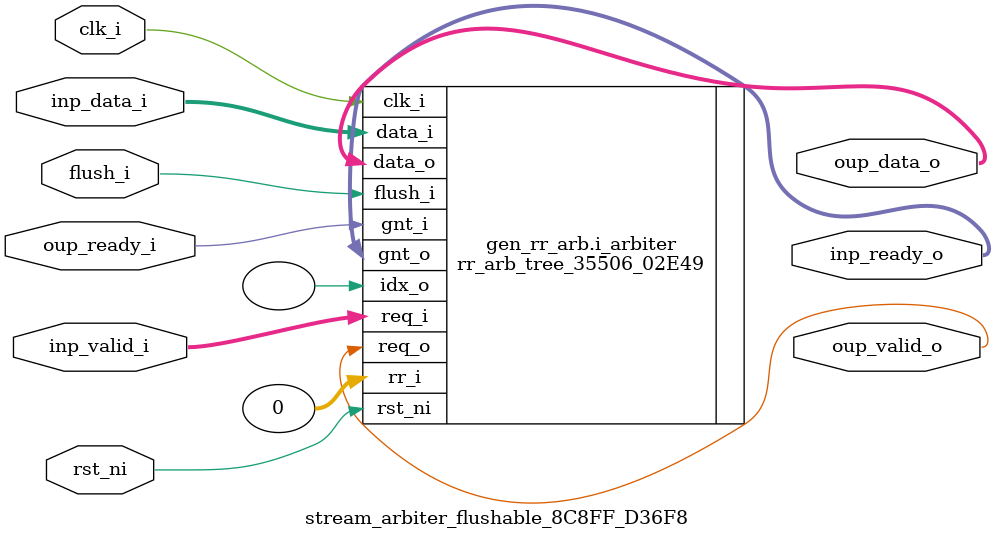
<source format=v>
module stream_arbiter_flushable_37F8F_875C7 (
	clk_i,
	rst_ni,
	flush_i,
	inp_data_i,
	inp_valid_i,
	inp_ready_o,
	oup_data_o,
	oup_valid_o,
	oup_ready_i
);
	// removed localparam type DATA_T_DATA_T_axi_aw_chan_t_axi_aw_chan_t_ariane_axi_AddrWidth_type
	// removed localparam type DATA_T_DATA_T_axi_aw_chan_t_axi_aw_chan_t_ariane_axi_IdWidth_type
	// removed localparam type DATA_T_DATA_T_axi_aw_chan_t_axi_aw_chan_t_ariane_axi_UserWidth_type
	parameter signed [31:0] DATA_T_DATA_T_axi_aw_chan_t_axi_aw_chan_t_ariane_axi_AddrWidth = 0;
	parameter signed [31:0] DATA_T_DATA_T_axi_aw_chan_t_axi_aw_chan_t_ariane_axi_IdWidth = 0;
	parameter signed [31:0] DATA_T_DATA_T_axi_aw_chan_t_axi_aw_chan_t_ariane_axi_UserWidth = 0;
	// Trace: vendor/pulp-platform/common_cells/src/stream_arbiter_flushable.sv:17:25
	// removed localparam type DATA_T
	// Trace: vendor/pulp-platform/common_cells/src/stream_arbiter_flushable.sv:18:15
	parameter integer N_INP = -1;
	// Trace: vendor/pulp-platform/common_cells/src/stream_arbiter_flushable.sv:19:25
	parameter ARBITER = "rr";
	// Trace: vendor/pulp-platform/common_cells/src/stream_arbiter_flushable.sv:21:5
	input wire clk_i;
	// Trace: vendor/pulp-platform/common_cells/src/stream_arbiter_flushable.sv:22:5
	input wire rst_ni;
	// Trace: vendor/pulp-platform/common_cells/src/stream_arbiter_flushable.sv:23:5
	input wire flush_i;
	// Trace: vendor/pulp-platform/common_cells/src/stream_arbiter_flushable.sv:25:5
	input wire [(N_INP * (((DATA_T_DATA_T_axi_aw_chan_t_axi_aw_chan_t_ariane_axi_IdWidth + DATA_T_DATA_T_axi_aw_chan_t_axi_aw_chan_t_ariane_axi_AddrWidth) + 35) + DATA_T_DATA_T_axi_aw_chan_t_axi_aw_chan_t_ariane_axi_UserWidth)) - 1:0] inp_data_i;
	// Trace: vendor/pulp-platform/common_cells/src/stream_arbiter_flushable.sv:26:5
	input wire [N_INP - 1:0] inp_valid_i;
	// Trace: vendor/pulp-platform/common_cells/src/stream_arbiter_flushable.sv:27:5
	output wire [N_INP - 1:0] inp_ready_o;
	// Trace: vendor/pulp-platform/common_cells/src/stream_arbiter_flushable.sv:29:5
	output wire [(((DATA_T_DATA_T_axi_aw_chan_t_axi_aw_chan_t_ariane_axi_IdWidth + DATA_T_DATA_T_axi_aw_chan_t_axi_aw_chan_t_ariane_axi_AddrWidth) + 35) + DATA_T_DATA_T_axi_aw_chan_t_axi_aw_chan_t_ariane_axi_UserWidth) - 1:0] oup_data_o;
	// Trace: vendor/pulp-platform/common_cells/src/stream_arbiter_flushable.sv:30:5
	output wire oup_valid_o;
	// Trace: vendor/pulp-platform/common_cells/src/stream_arbiter_flushable.sv:31:5
	input wire oup_ready_i;
	// Trace: vendor/pulp-platform/common_cells/src/stream_arbiter_flushable.sv:34:3
	generate
		if (ARBITER == "rr") begin : gen_rr_arb
			// Trace: vendor/pulp-platform/common_cells/src/stream_arbiter_flushable.sv:35:5
			localparam [31:0] sv2v_uu_i_arbiter_NumIn = N_INP;
			localparam [31:0] sv2v_uu_i_arbiter_IdxWidth = (sv2v_uu_i_arbiter_NumIn > 32'd1 ? $unsigned($clog2(sv2v_uu_i_arbiter_NumIn)) : 32'd1);
			// removed localparam type sv2v_uu_i_arbiter_rr_i
			localparam [sv2v_uu_i_arbiter_IdxWidth - 1:0] sv2v_uu_i_arbiter_ext_rr_i_0 = 1'sb0;
			rr_arb_tree_FABBC_3CAE8 #(
				.DataType_DATA_T_DATA_T_axi_aw_chan_t_axi_aw_chan_t_ariane_axi_AddrWidth(DATA_T_DATA_T_axi_aw_chan_t_axi_aw_chan_t_ariane_axi_AddrWidth),
				.DataType_DATA_T_DATA_T_axi_aw_chan_t_axi_aw_chan_t_ariane_axi_IdWidth(DATA_T_DATA_T_axi_aw_chan_t_axi_aw_chan_t_ariane_axi_IdWidth),
				.DataType_DATA_T_DATA_T_axi_aw_chan_t_axi_aw_chan_t_ariane_axi_UserWidth(DATA_T_DATA_T_axi_aw_chan_t_axi_aw_chan_t_ariane_axi_UserWidth),
				.NumIn(N_INP),
				.ExtPrio(1'b0),
				.AxiVldRdy(1'b1),
				.LockIn(1'b1)
			) i_arbiter(
				.clk_i(clk_i),
				.rst_ni(rst_ni),
				.flush_i(flush_i),
				.rr_i(sv2v_uu_i_arbiter_ext_rr_i_0),
				.req_i(inp_valid_i),
				.gnt_o(inp_ready_o),
				.data_i(inp_data_i),
				.gnt_i(oup_ready_i),
				.req_o(oup_valid_o),
				.data_o(oup_data_o),
				.idx_o()
			);
		end
		else if (ARBITER == "prio") begin : gen_prio_arb
			// Trace: vendor/pulp-platform/common_cells/src/stream_arbiter_flushable.sv:56:5
			localparam [31:0] sv2v_uu_i_arbiter_NumIn = N_INP;
			localparam [31:0] sv2v_uu_i_arbiter_IdxWidth = (sv2v_uu_i_arbiter_NumIn > 32'd1 ? $unsigned($clog2(sv2v_uu_i_arbiter_NumIn)) : 32'd1);
			// removed localparam type sv2v_uu_i_arbiter_rr_i
			localparam [sv2v_uu_i_arbiter_IdxWidth - 1:0] sv2v_uu_i_arbiter_ext_rr_i_0 = 1'sb0;
			rr_arb_tree_FABBC_3CAE8 #(
				.DataType_DATA_T_DATA_T_axi_aw_chan_t_axi_aw_chan_t_ariane_axi_AddrWidth(DATA_T_DATA_T_axi_aw_chan_t_axi_aw_chan_t_ariane_axi_AddrWidth),
				.DataType_DATA_T_DATA_T_axi_aw_chan_t_axi_aw_chan_t_ariane_axi_IdWidth(DATA_T_DATA_T_axi_aw_chan_t_axi_aw_chan_t_ariane_axi_IdWidth),
				.DataType_DATA_T_DATA_T_axi_aw_chan_t_axi_aw_chan_t_ariane_axi_UserWidth(DATA_T_DATA_T_axi_aw_chan_t_axi_aw_chan_t_ariane_axi_UserWidth),
				.NumIn(N_INP),
				.ExtPrio(1'b1),
				.AxiVldRdy(1'b1),
				.LockIn(1'b1)
			) i_arbiter(
				.clk_i(clk_i),
				.rst_ni(rst_ni),
				.flush_i(flush_i),
				.rr_i(sv2v_uu_i_arbiter_ext_rr_i_0),
				.req_i(inp_valid_i),
				.gnt_o(inp_ready_o),
				.data_i(inp_data_i),
				.gnt_i(oup_ready_i),
				.req_o(oup_valid_o),
				.data_o(oup_data_o),
				.idx_o()
			);
		end
		else begin : gen_arb_error
			// Trace: vendor/pulp-platform/common_cells/src/stream_arbiter_flushable.sv:78:5
			initial begin
				$display("Fatal [elaboration] vendor/pulp-platform/common_cells/src/stream_arbiter_flushable.sv:78:5 - stream_arbiter_flushable.gen_arb_error\n msg: ", "Invalid value for parameter 'ARBITER'!");
				$finish(1);
			end
		end
	endgenerate
endmodule
module stream_arbiter_flushable_8C8FF_D36F8 (
	clk_i,
	rst_ni,
	flush_i,
	inp_data_i,
	inp_valid_i,
	inp_ready_o,
	oup_data_o,
	oup_valid_o,
	oup_ready_i
);
	// removed localparam type DATA_T_DATA_T_axi_ar_chan_t_axi_ar_chan_t_ariane_axi_AddrWidth_type
	// removed localparam type DATA_T_DATA_T_axi_ar_chan_t_axi_ar_chan_t_ariane_axi_IdWidth_type
	// removed localparam type DATA_T_DATA_T_axi_ar_chan_t_axi_ar_chan_t_ariane_axi_UserWidth_type
	parameter signed [31:0] DATA_T_DATA_T_axi_ar_chan_t_axi_ar_chan_t_ariane_axi_AddrWidth = 0;
	parameter signed [31:0] DATA_T_DATA_T_axi_ar_chan_t_axi_ar_chan_t_ariane_axi_IdWidth = 0;
	parameter signed [31:0] DATA_T_DATA_T_axi_ar_chan_t_axi_ar_chan_t_ariane_axi_UserWidth = 0;
	// Trace: vendor/pulp-platform/common_cells/src/stream_arbiter_flushable.sv:17:25
	// removed localparam type DATA_T
	// Trace: vendor/pulp-platform/common_cells/src/stream_arbiter_flushable.sv:18:15
	parameter integer N_INP = -1;
	// Trace: vendor/pulp-platform/common_cells/src/stream_arbiter_flushable.sv:19:25
	parameter ARBITER = "rr";
	// Trace: vendor/pulp-platform/common_cells/src/stream_arbiter_flushable.sv:21:5
	input wire clk_i;
	// Trace: vendor/pulp-platform/common_cells/src/stream_arbiter_flushable.sv:22:5
	input wire rst_ni;
	// Trace: vendor/pulp-platform/common_cells/src/stream_arbiter_flushable.sv:23:5
	input wire flush_i;
	// Trace: vendor/pulp-platform/common_cells/src/stream_arbiter_flushable.sv:25:5
	input wire [(N_INP * (((DATA_T_DATA_T_axi_ar_chan_t_axi_ar_chan_t_ariane_axi_IdWidth + DATA_T_DATA_T_axi_ar_chan_t_axi_ar_chan_t_ariane_axi_AddrWidth) + 29) + DATA_T_DATA_T_axi_ar_chan_t_axi_ar_chan_t_ariane_axi_UserWidth)) - 1:0] inp_data_i;
	// Trace: vendor/pulp-platform/common_cells/src/stream_arbiter_flushable.sv:26:5
	input wire [N_INP - 1:0] inp_valid_i;
	// Trace: vendor/pulp-platform/common_cells/src/stream_arbiter_flushable.sv:27:5
	output wire [N_INP - 1:0] inp_ready_o;
	// Trace: vendor/pulp-platform/common_cells/src/stream_arbiter_flushable.sv:29:5
	output wire [(((DATA_T_DATA_T_axi_ar_chan_t_axi_ar_chan_t_ariane_axi_IdWidth + DATA_T_DATA_T_axi_ar_chan_t_axi_ar_chan_t_ariane_axi_AddrWidth) + 29) + DATA_T_DATA_T_axi_ar_chan_t_axi_ar_chan_t_ariane_axi_UserWidth) - 1:0] oup_data_o;
	// Trace: vendor/pulp-platform/common_cells/src/stream_arbiter_flushable.sv:30:5
	output wire oup_valid_o;
	// Trace: vendor/pulp-platform/common_cells/src/stream_arbiter_flushable.sv:31:5
	input wire oup_ready_i;
	// Trace: vendor/pulp-platform/common_cells/src/stream_arbiter_flushable.sv:34:3
	generate
		if (ARBITER == "rr") begin : gen_rr_arb
			// Trace: vendor/pulp-platform/common_cells/src/stream_arbiter_flushable.sv:35:5
			localparam [31:0] sv2v_uu_i_arbiter_NumIn = N_INP;
			localparam [31:0] sv2v_uu_i_arbiter_IdxWidth = (sv2v_uu_i_arbiter_NumIn > 32'd1 ? $unsigned($clog2(sv2v_uu_i_arbiter_NumIn)) : 32'd1);
			// removed localparam type sv2v_uu_i_arbiter_rr_i
			localparam [sv2v_uu_i_arbiter_IdxWidth - 1:0] sv2v_uu_i_arbiter_ext_rr_i_0 = 1'sb0;
			rr_arb_tree_35506_02E49 #(
				.DataType_DATA_T_DATA_T_axi_ar_chan_t_axi_ar_chan_t_ariane_axi_AddrWidth(DATA_T_DATA_T_axi_ar_chan_t_axi_ar_chan_t_ariane_axi_AddrWidth),
				.DataType_DATA_T_DATA_T_axi_ar_chan_t_axi_ar_chan_t_ariane_axi_IdWidth(DATA_T_DATA_T_axi_ar_chan_t_axi_ar_chan_t_ariane_axi_IdWidth),
				.DataType_DATA_T_DATA_T_axi_ar_chan_t_axi_ar_chan_t_ariane_axi_UserWidth(DATA_T_DATA_T_axi_ar_chan_t_axi_ar_chan_t_ariane_axi_UserWidth),
				.NumIn(N_INP),
				.ExtPrio(1'b0),
				.AxiVldRdy(1'b1),
				.LockIn(1'b1)
			) i_arbiter(
				.clk_i(clk_i),
				.rst_ni(rst_ni),
				.flush_i(flush_i),
				.rr_i(sv2v_uu_i_arbiter_ext_rr_i_0),
				.req_i(inp_valid_i),
				.gnt_o(inp_ready_o),
				.data_i(inp_data_i),
				.gnt_i(oup_ready_i),
				.req_o(oup_valid_o),
				.data_o(oup_data_o),
				.idx_o()
			);
		end
		else if (ARBITER == "prio") begin : gen_prio_arb
			// Trace: vendor/pulp-platform/common_cells/src/stream_arbiter_flushable.sv:56:5
			localparam [31:0] sv2v_uu_i_arbiter_NumIn = N_INP;
			localparam [31:0] sv2v_uu_i_arbiter_IdxWidth = (sv2v_uu_i_arbiter_NumIn > 32'd1 ? $unsigned($clog2(sv2v_uu_i_arbiter_NumIn)) : 32'd1);
			// removed localparam type sv2v_uu_i_arbiter_rr_i
			localparam [sv2v_uu_i_arbiter_IdxWidth - 1:0] sv2v_uu_i_arbiter_ext_rr_i_0 = 1'sb0;
			rr_arb_tree_35506_02E49 #(
				.DataType_DATA_T_DATA_T_axi_ar_chan_t_axi_ar_chan_t_ariane_axi_AddrWidth(DATA_T_DATA_T_axi_ar_chan_t_axi_ar_chan_t_ariane_axi_AddrWidth),
				.DataType_DATA_T_DATA_T_axi_ar_chan_t_axi_ar_chan_t_ariane_axi_IdWidth(DATA_T_DATA_T_axi_ar_chan_t_axi_ar_chan_t_ariane_axi_IdWidth),
				.DataType_DATA_T_DATA_T_axi_ar_chan_t_axi_ar_chan_t_ariane_axi_UserWidth(DATA_T_DATA_T_axi_ar_chan_t_axi_ar_chan_t_ariane_axi_UserWidth),
				.NumIn(N_INP),
				.ExtPrio(1'b1),
				.AxiVldRdy(1'b1),
				.LockIn(1'b1)
			) i_arbiter(
				.clk_i(clk_i),
				.rst_ni(rst_ni),
				.flush_i(flush_i),
				.rr_i(sv2v_uu_i_arbiter_ext_rr_i_0),
				.req_i(inp_valid_i),
				.gnt_o(inp_ready_o),
				.data_i(inp_data_i),
				.gnt_i(oup_ready_i),
				.req_o(oup_valid_o),
				.data_o(oup_data_o),
				.idx_o()
			);
		end
		else begin : gen_arb_error
			// Trace: vendor/pulp-platform/common_cells/src/stream_arbiter_flushable.sv:78:5
			initial begin
				$display("Fatal [elaboration] vendor/pulp-platform/common_cells/src/stream_arbiter_flushable.sv:78:5 - stream_arbiter_flushable.gen_arb_error\n msg: ", "Invalid value for parameter 'ARBITER'!");
				$finish(1);
			end
		end
	endgenerate
endmodule

</source>
